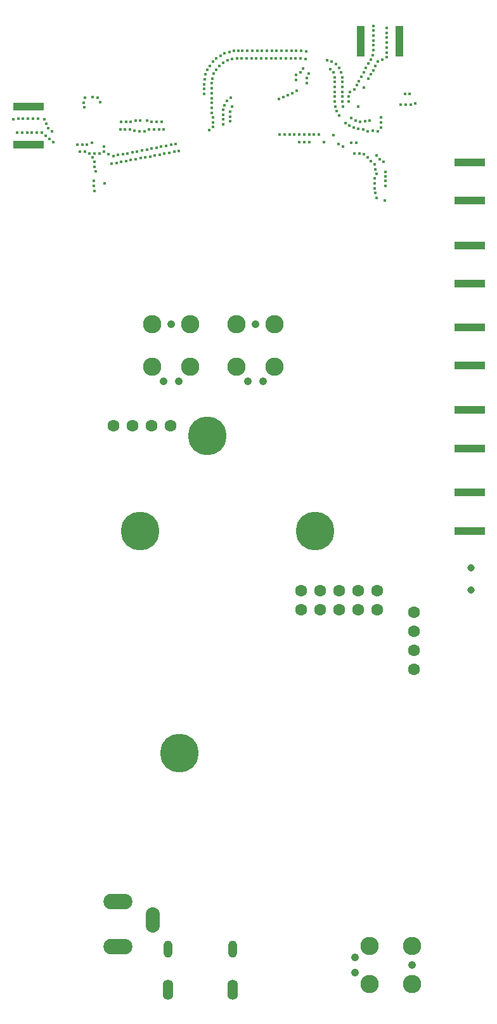
<source format=gbs>
G04*
G04 #@! TF.GenerationSoftware,Altium Limited,Altium Designer,23.6.0 (18)*
G04*
G04 Layer_Color=16711935*
%FSLAX44Y44*%
%MOMM*%
G71*
G04*
G04 #@! TF.SameCoordinates,AD488519-FD06-4120-8DA1-5AB69FE218D1*
G04*
G04*
G04 #@! TF.FilePolarity,Negative*
G04*
G01*
G75*
%ADD79R,4.0760X1.0760*%
%ADD82R,1.0760X4.0760*%
%ADD124C,1.6000*%
%ADD125C,2.4509*%
%ADD126C,1.0666*%
%ADD127O,1.1760X2.2760*%
%ADD128O,1.3760X2.6760*%
%ADD129O,1.8760X3.3760*%
%ADD130O,3.8760X2.0760*%
%ADD131C,0.9760*%
%ADD132C,0.3760*%
%ADD133C,5.1560*%
D79*
X615000Y1126000D02*
D03*
Y1075000D02*
D03*
Y634500D02*
D03*
Y685500D02*
D03*
X25400Y1200500D02*
D03*
Y1149500D02*
D03*
X615000Y744500D02*
D03*
Y795500D02*
D03*
Y855000D02*
D03*
Y906000D02*
D03*
Y964500D02*
D03*
Y1015500D02*
D03*
D82*
X520500Y1287780D02*
D03*
X469500D02*
D03*
D124*
X540000Y525800D02*
D03*
Y500400D02*
D03*
Y475000D02*
D03*
Y449600D02*
D03*
X389200Y555000D02*
D03*
X414600D02*
D03*
X440000D02*
D03*
X465400D02*
D03*
X490800D02*
D03*
X389200Y529600D02*
D03*
X414600D02*
D03*
X440000D02*
D03*
X465400D02*
D03*
X490800D02*
D03*
X138700Y774500D02*
D03*
X164100D02*
D03*
X189500D02*
D03*
X214900D02*
D03*
D125*
X190950Y853250D02*
D03*
Y910400D02*
D03*
X241750Y853250D02*
D03*
Y910400D02*
D03*
X303250Y853250D02*
D03*
Y910400D02*
D03*
X354050Y853250D02*
D03*
Y910400D02*
D03*
X480950Y80400D02*
D03*
X538100D02*
D03*
X480950Y29600D02*
D03*
X538100D02*
D03*
D126*
X206200Y834200D02*
D03*
X226500D02*
D03*
X216350Y910400D02*
D03*
X318500Y834200D02*
D03*
X338800D02*
D03*
X328650Y910400D02*
D03*
X461900Y65150D02*
D03*
Y44850D02*
D03*
X538100Y55000D02*
D03*
D127*
X211800Y75850D02*
D03*
X298200D02*
D03*
D128*
X211800Y22250D02*
D03*
X298200D02*
D03*
D129*
X191500Y115000D02*
D03*
D130*
X145000Y80000D02*
D03*
Y140000D02*
D03*
D131*
X616500Y555500D02*
D03*
Y585500D02*
D03*
D132*
X383671Y1221503D02*
D03*
X371754Y1216111D02*
D03*
X365795Y1213416D02*
D03*
X359836Y1210720D02*
D03*
X387377Y1153586D02*
D03*
X393917D02*
D03*
X400457D02*
D03*
X420077D02*
D03*
X439336Y1150553D02*
D03*
X445163Y1147584D02*
D03*
X460469Y1138153D02*
D03*
X467003Y1137881D02*
D03*
X473512Y1137243D02*
D03*
X478282Y1132769D02*
D03*
X482907Y1128144D02*
D03*
X487531Y1123520D02*
D03*
X488881Y1117121D02*
D03*
X490286Y1110733D02*
D03*
X487881Y1104651D02*
D03*
Y1098111D02*
D03*
X488160Y1091578D02*
D03*
X488881Y1085077D02*
D03*
X490576Y1078761D02*
D03*
X500914Y1075321D02*
D03*
X502119Y1094747D02*
D03*
X502053Y1101287D02*
D03*
X501959Y1107826D02*
D03*
X502500Y1113000D02*
D03*
X499933Y1126814D02*
D03*
X494498Y1130451D02*
D03*
X489874Y1135076D02*
D03*
X463168Y1152119D02*
D03*
X456628D02*
D03*
X432836Y1162555D02*
D03*
X413260Y1163414D02*
D03*
X406720D02*
D03*
X400180D02*
D03*
X393640D02*
D03*
X387100D02*
D03*
X380560D02*
D03*
X374020D02*
D03*
X367480D02*
D03*
X360940D02*
D03*
X221986Y1150695D02*
D03*
X215564Y1149458D02*
D03*
X209142Y1148222D02*
D03*
X202720Y1146985D02*
D03*
X196298Y1145748D02*
D03*
X189876Y1144511D02*
D03*
X183454Y1143274D02*
D03*
X177032Y1142037D02*
D03*
X170610Y1140800D02*
D03*
X164188Y1139563D02*
D03*
X157766Y1138326D02*
D03*
X151344Y1137089D02*
D03*
X144922Y1135852D02*
D03*
X138500Y1134615D02*
D03*
X132424Y1137035D02*
D03*
X111000Y1133000D02*
D03*
X113907Y1126867D02*
D03*
X113881Y1120327D02*
D03*
X115302Y1113944D02*
D03*
X112951Y1101269D02*
D03*
X112881Y1094729D02*
D03*
X113936Y1088275D02*
D03*
X127119Y1097881D02*
D03*
X136405Y1124203D02*
D03*
X142827Y1125440D02*
D03*
X149249Y1126677D02*
D03*
X155671Y1127914D02*
D03*
X162093Y1129151D02*
D03*
X168515Y1130388D02*
D03*
X174937Y1131625D02*
D03*
X181359Y1132862D02*
D03*
X187780Y1134099D02*
D03*
X194202Y1135336D02*
D03*
X200624Y1136573D02*
D03*
X207046Y1137810D02*
D03*
X213468Y1139047D02*
D03*
X219890Y1140284D02*
D03*
X226292Y1141618D02*
D03*
X37756Y1184119D02*
D03*
X31216D02*
D03*
X24676D02*
D03*
X18136D02*
D03*
X11596D02*
D03*
X5057Y1184051D02*
D03*
X10435Y1165881D02*
D03*
X16975D02*
D03*
X23515D02*
D03*
X30055D02*
D03*
X36595D02*
D03*
X43129Y1165610D02*
D03*
X48140Y1161407D02*
D03*
X53126Y1157175D02*
D03*
X58161Y1153001D02*
D03*
X94132Y1140086D02*
D03*
X100672D02*
D03*
X106903Y1138099D02*
D03*
X113439Y1137889D02*
D03*
X119979Y1137881D02*
D03*
X125866Y1140729D02*
D03*
X126119Y1147264D02*
D03*
X109725Y1152119D02*
D03*
X103568Y1149914D02*
D03*
X97029D02*
D03*
X90489D02*
D03*
X56395Y1167309D02*
D03*
X51385Y1171512D02*
D03*
X49519Y1177780D02*
D03*
X46976Y1183805D02*
D03*
X174880Y1181825D02*
D03*
X168347Y1182119D02*
D03*
X162189Y1179915D02*
D03*
X155649D02*
D03*
X149109D02*
D03*
X147853Y1170088D02*
D03*
X154393D02*
D03*
X160933D02*
D03*
X167148Y1168050D02*
D03*
X173687Y1167938D02*
D03*
X180226Y1167881D02*
D03*
X186383Y1170086D02*
D03*
X192923D02*
D03*
X199463D02*
D03*
X206003D02*
D03*
X202917Y1179914D02*
D03*
X196377D02*
D03*
X189837D02*
D03*
X183576Y1181806D02*
D03*
X101086Y1212121D02*
D03*
X98881Y1205964D02*
D03*
X99817Y1199492D02*
D03*
X121119Y1206679D02*
D03*
X117379Y1212044D02*
D03*
X110914Y1213032D02*
D03*
X486034Y1308551D02*
D03*
X485881Y1302013D02*
D03*
Y1295473D02*
D03*
Y1288933D02*
D03*
Y1282393D02*
D03*
Y1275853D02*
D03*
X485577Y1269320D02*
D03*
X482448Y1263577D02*
D03*
X479319Y1257834D02*
D03*
X476190Y1252091D02*
D03*
X473061Y1246348D02*
D03*
X469932Y1240605D02*
D03*
X466803Y1234863D02*
D03*
X463674Y1229120D02*
D03*
X460545Y1223377D02*
D03*
X454746Y1220353D02*
D03*
X452881Y1214084D02*
D03*
Y1207544D02*
D03*
X466027Y1200259D02*
D03*
X473274Y1226200D02*
D03*
X479532Y1237685D02*
D03*
X482662Y1243428D02*
D03*
X485790Y1249171D02*
D03*
X488920Y1254914D02*
D03*
X492049Y1260657D02*
D03*
X497858Y1263661D02*
D03*
X503830Y1266327D02*
D03*
X504119Y1272860D02*
D03*
Y1279400D02*
D03*
Y1285940D02*
D03*
Y1292480D02*
D03*
Y1299020D02*
D03*
Y1305560D02*
D03*
X295545Y1212709D02*
D03*
X290810Y1208197D02*
D03*
X287315Y1202669D02*
D03*
X285425Y1196408D02*
D03*
X285086Y1189877D02*
D03*
Y1183337D02*
D03*
Y1176797D02*
D03*
X294914Y1180923D02*
D03*
Y1187463D02*
D03*
X295069Y1194001D02*
D03*
X297146Y1200202D02*
D03*
X534568Y1217119D02*
D03*
X528028D02*
D03*
X522822Y1202916D02*
D03*
X529360Y1203072D02*
D03*
X535897Y1202881D02*
D03*
X542060Y1205069D02*
D03*
X299500Y1275000D02*
D03*
X293698Y1273574D02*
D03*
X287482Y1271543D02*
D03*
X281633Y1268617D02*
D03*
X276278Y1264862D02*
D03*
X271536Y1260358D02*
D03*
X267509Y1255205D02*
D03*
X264284Y1249516D02*
D03*
X261933Y1243413D02*
D03*
X260504Y1237031D02*
D03*
X260073Y1230505D02*
D03*
X260086Y1223965D02*
D03*
Y1217425D02*
D03*
X267184Y1168881D02*
D03*
X272119Y1173172D02*
D03*
X271859Y1179707D02*
D03*
X272119Y1186242D02*
D03*
X269914Y1192399D02*
D03*
Y1198939D02*
D03*
Y1205479D02*
D03*
Y1212019D02*
D03*
Y1218559D02*
D03*
Y1225099D02*
D03*
X269944Y1231639D02*
D03*
X270776Y1238125D02*
D03*
X272788Y1244348D02*
D03*
X275910Y1250095D02*
D03*
X280054Y1255155D02*
D03*
X285157Y1259244D02*
D03*
X290926Y1262326D02*
D03*
X297163Y1264293D02*
D03*
X303655Y1265079D02*
D03*
X310196Y1265086D02*
D03*
X316735D02*
D03*
X323275D02*
D03*
X329815D02*
D03*
X336355D02*
D03*
X342895D02*
D03*
X349435D02*
D03*
X355975D02*
D03*
X362515D02*
D03*
X369055D02*
D03*
X375595D02*
D03*
X382135D02*
D03*
X388675D02*
D03*
X395090Y1263811D02*
D03*
X392494Y1251538D02*
D03*
X388832Y1246119D02*
D03*
X383081Y1243006D02*
D03*
X382907Y1236468D02*
D03*
X377712Y1218807D02*
D03*
X397119Y1231867D02*
D03*
Y1238407D02*
D03*
X399730Y1244403D02*
D03*
X428091Y1250929D02*
D03*
X432582Y1246175D02*
D03*
X434498Y1239922D02*
D03*
X434586Y1233382D02*
D03*
Y1226842D02*
D03*
Y1220302D02*
D03*
Y1213762D02*
D03*
X434583Y1207222D02*
D03*
X435296Y1200721D02*
D03*
X437110Y1194438D02*
D03*
X439972Y1188557D02*
D03*
X448474Y1178682D02*
D03*
X453864Y1174977D02*
D03*
X459808Y1172249D02*
D03*
X466131Y1170577D02*
D03*
X472652Y1170086D02*
D03*
X478809Y1167881D02*
D03*
X485344Y1168131D02*
D03*
X491880Y1167881D02*
D03*
X496119Y1172861D02*
D03*
X496183Y1179400D02*
D03*
X496239Y1185940D02*
D03*
X481374Y1182119D02*
D03*
X474979Y1180750D02*
D03*
X468462Y1180203D02*
D03*
X462152Y1181922D02*
D03*
X456368Y1184976D02*
D03*
X445389Y1200803D02*
D03*
X444443Y1207274D02*
D03*
X444414Y1213814D02*
D03*
Y1220354D02*
D03*
Y1226894D02*
D03*
Y1233434D02*
D03*
X444373Y1239974D02*
D03*
X443187Y1246405D02*
D03*
X440376Y1252310D02*
D03*
X436022Y1257190D02*
D03*
X430546Y1260767D02*
D03*
X424308Y1262729D02*
D03*
X396101Y1274375D02*
D03*
X389583Y1274914D02*
D03*
X383043D02*
D03*
X376503D02*
D03*
X369963D02*
D03*
X363423D02*
D03*
X356883D02*
D03*
X350343D02*
D03*
X343803D02*
D03*
X337263D02*
D03*
X330723D02*
D03*
X324183D02*
D03*
X317643D02*
D03*
X311103D02*
D03*
X306000Y1275000D02*
D03*
D133*
X174500Y634500D02*
D03*
X264500Y761500D02*
D03*
X408500Y634500D02*
D03*
X227000Y337500D02*
D03*
M02*

</source>
